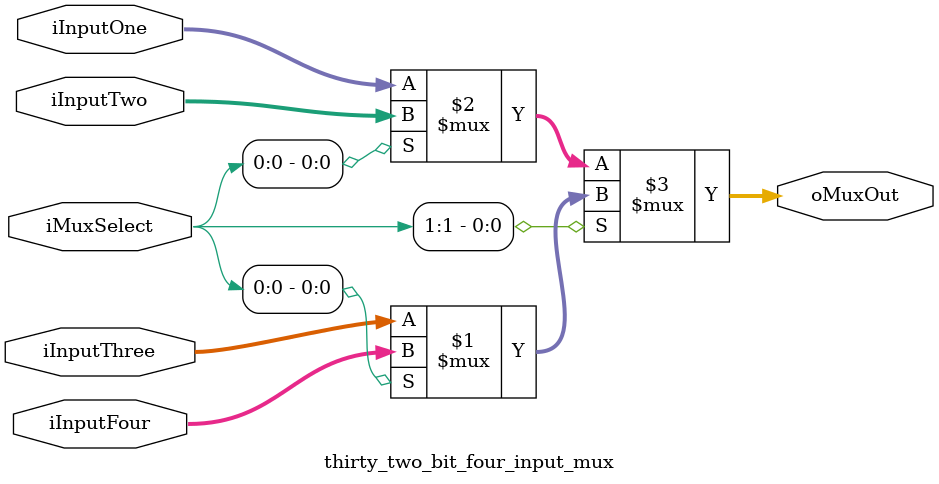
<source format=v>
module MIPS(CLK, RST, CS, WE, Address, Mem_Bus);

    input CLK, RST;

    output CS, WE;
    output [31:0] Address;

    inout [31:0] Mem_Bus;

    wire [31:0] wPC, wInstruction, wSR1_Data, wSR2_Data, wALU_Out, wMux2_Out,
                 wMux3_Out, wMux4_Out, wMem_Out, wPC_Add_4, wPC_Branch, 
                 wPC_Jump;
    wire [4:0] wMux1_Out;
    reg  [31:0] rPC;
    reg [10:0] rMicrocode;

    `define MICROCODE_MUX_4_SELECT  10:9
    `define MICROCODE_MUX_3_SELECT  8
    `define MICROCODE_MUX_2_SELECT  7
    `define MICROCODE_MUX_1_SELECT  6
    `define MICROCODE_ALU_OP_SELECT 5:2
    `define MICROCODE_REG_W_SELECT  1 
    `define MICROCODE_DR_SELECT     0

    Memory instruction_memory(CS, WE, CLK, wPC, wInstruction);
    Memory data_memory(CS, WE, CLK, wALU_Out, wMem_Out);


    REG register_file(CLK, rMicrocode[`MICROCODE_REG_W_SELECT], wMux1_Out, 
    wInstruction[25:21], wInstruction[20:16], wMux3_Out, wSR1_Data, wSR2_Data);

    four_bit_two_input_mux mux1(wInstruction[20:16], wInstruction[15:11], 
        rMicrocode[`MICROCODE_MUX_1_SELECT], wMux1_Out);

    thirty_two_bit_two_input_mux mux2(wSR2_Data, {16'd0, wInstruction[15:0]}, 
        rMicrocode[`MICROCODE_MUX_2_SELECT], wMux2_Out);

    thirty_two_bit_two_input_mux mux3(wMem_Out, wALU_Out,
        rMicrocode[`MICROCODE_MUX_3_SELECT], wMux3_Out);

    thirty_two_bit_four_input_mux mux4(wPC_Jump, wPC_Add_4, wPC_Branch, 
            wSR1_Data, rMicrocode[`MICROCODE_MUX_4_SELECT], wMux4_Out);

    add_unit add(wPC, 32'd4, wPC_Add_4);

    add_unit adder(wPC_Add_4, {14'd0, wInstruction[15:0], 2'd0}, wPC_Branch);

    alu_unit alu(wSR1_Data, wMux2_Out, rMicrocode[`MICROCODE_ALU_OP_SELECT], 
                wALU_Out);

endmodule /* MIPS */

module add_unit(iAddendOne, iAddendTwo, oSum);

    input [31:0] iAddendOne, iAddendTwo;
    output [31:0] oSum;

    assign oSum = iAddendOne + iAddendTwo;

endmodule /* add_unit */

module four_bit_two_input_mux(iInputOne, iInputTwo, iMuxSelect, oMuxOut);
    
    input [4:0] iInputOne, iInputTwo;
    input iMuxSelect;

    output [4:0] oMuxOut;

    assign oMuxOut = (iMuxSelect) ? iInputTwo : iInputOne;

endmodule /* four_bit_two_input_mux */

module thirty_two_bit_two_input_mux(iInputOne, iInputTwo, iMuxSelect, oMuxOut);

    input [31:0] iInputOne, iInputTwo;
    input iMuxSelect;

    output [31:0] oMuxOut;

    assign oMuxOut = (iMuxSelect) ? iInputTwo : iInputOne;

endmodule /* thirty_two_bit_two_input_mux */

module thirty_two_bit_four_input_mux(iInputOne, iInputTwo, iInputThree, 
                                    iInputFour, iMuxSelect, oMuxOut);

    input [31:0] iInputOne, iInputTwo, iInputThree, iInputFour;
    input [1:0]  iMuxSelect;

    output [31:0] oMuxOut;

    assign oMuxOut = (iMuxSelect[1] ) ?
                    ((iMuxSelect[0]) ? iInputFour : iInputThree) :
                    ((iMuxSelect[0]) ? iInputTwo : iInputOne);

endmodule /* thirty_two_bit_four_input_mux */


</source>
